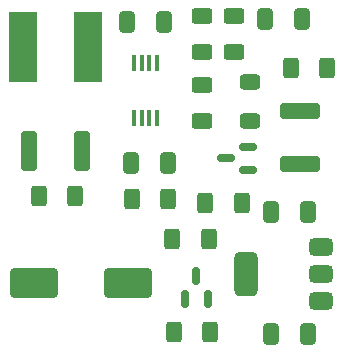
<source format=gtp>
G04 #@! TF.GenerationSoftware,KiCad,Pcbnew,8.0.1-rc1*
G04 #@! TF.CreationDate,2024-03-16T10:33:16-04:00*
G04 #@! TF.ProjectId,boostlet,626f6f73-746c-4657-942e-6b696361645f,rev?*
G04 #@! TF.SameCoordinates,Original*
G04 #@! TF.FileFunction,Paste,Top*
G04 #@! TF.FilePolarity,Positive*
%FSLAX46Y46*%
G04 Gerber Fmt 4.6, Leading zero omitted, Abs format (unit mm)*
G04 Created by KiCad (PCBNEW 8.0.1-rc1) date 2024-03-16 10:33:16*
%MOMM*%
%LPD*%
G01*
G04 APERTURE LIST*
G04 Aperture macros list*
%AMRoundRect*
0 Rectangle with rounded corners*
0 $1 Rounding radius*
0 $2 $3 $4 $5 $6 $7 $8 $9 X,Y pos of 4 corners*
0 Add a 4 corners polygon primitive as box body*
4,1,4,$2,$3,$4,$5,$6,$7,$8,$9,$2,$3,0*
0 Add four circle primitives for the rounded corners*
1,1,$1+$1,$2,$3*
1,1,$1+$1,$4,$5*
1,1,$1+$1,$6,$7*
1,1,$1+$1,$8,$9*
0 Add four rect primitives between the rounded corners*
20,1,$1+$1,$2,$3,$4,$5,0*
20,1,$1+$1,$4,$5,$6,$7,0*
20,1,$1+$1,$6,$7,$8,$9,0*
20,1,$1+$1,$8,$9,$2,$3,0*%
G04 Aperture macros list end*
%ADD10RoundRect,0.250000X-1.750000X-1.000000X1.750000X-1.000000X1.750000X1.000000X-1.750000X1.000000X0*%
%ADD11RoundRect,0.250000X0.625000X-0.400000X0.625000X0.400000X-0.625000X0.400000X-0.625000X-0.400000X0*%
%ADD12R,0.381000X1.447800*%
%ADD13RoundRect,0.250000X-0.400000X-0.625000X0.400000X-0.625000X0.400000X0.625000X-0.400000X0.625000X0*%
%ADD14RoundRect,0.250000X-0.625000X0.400000X-0.625000X-0.400000X0.625000X-0.400000X0.625000X0.400000X0*%
%ADD15RoundRect,0.150000X0.150000X-0.587500X0.150000X0.587500X-0.150000X0.587500X-0.150000X-0.587500X0*%
%ADD16RoundRect,0.250000X0.400000X1.450000X-0.400000X1.450000X-0.400000X-1.450000X0.400000X-1.450000X0*%
%ADD17RoundRect,0.250000X0.412500X0.650000X-0.412500X0.650000X-0.412500X-0.650000X0.412500X-0.650000X0*%
%ADD18RoundRect,0.250000X-0.412500X-0.650000X0.412500X-0.650000X0.412500X0.650000X-0.412500X0.650000X0*%
%ADD19RoundRect,0.150000X0.587500X0.150000X-0.587500X0.150000X-0.587500X-0.150000X0.587500X-0.150000X0*%
%ADD20RoundRect,0.375000X0.625000X0.375000X-0.625000X0.375000X-0.625000X-0.375000X0.625000X-0.375000X0*%
%ADD21RoundRect,0.500000X0.500000X1.400000X-0.500000X1.400000X-0.500000X-1.400000X0.500000X-1.400000X0*%
%ADD22RoundRect,0.325000X-0.550000X0.325000X-0.550000X-0.325000X0.550000X-0.325000X0.550000X0.325000X0*%
%ADD23R,2.450000X5.900000*%
%ADD24RoundRect,0.250000X1.450000X-0.400000X1.450000X0.400000X-1.450000X0.400000X-1.450000X-0.400000X0*%
G04 APERTURE END LIST*
D10*
G04 #@! TO.C,C1*
X108903000Y-104140000D03*
X116903000Y-104140000D03*
G04 #@! TD*
D11*
G04 #@! TO.C,R8*
X125857000Y-84608000D03*
X125857000Y-81508000D03*
G04 #@! TD*
D12*
G04 #@! TO.C,U1*
X117388640Y-90208100D03*
X118038880Y-90208100D03*
X118689120Y-90208100D03*
X119339360Y-90208100D03*
X119339360Y-85559900D03*
X118689120Y-85559900D03*
X118038880Y-85559900D03*
X117388640Y-85559900D03*
G04 #@! TD*
D13*
G04 #@! TO.C,R3*
X109321000Y-96774000D03*
X112421000Y-96774000D03*
G04 #@! TD*
G04 #@! TO.C,R9*
X117195000Y-97028000D03*
X120295000Y-97028000D03*
G04 #@! TD*
D14*
G04 #@! TO.C,R7*
X123190000Y-81508000D03*
X123190000Y-84608000D03*
G04 #@! TD*
D13*
G04 #@! TO.C,R1*
X120751000Y-108331000D03*
X123851000Y-108331000D03*
G04 #@! TD*
G04 #@! TO.C,R11*
X130657000Y-85979000D03*
X133757000Y-85979000D03*
G04 #@! TD*
D15*
G04 #@! TO.C,Q1*
X121732000Y-105458500D03*
X123632000Y-105458500D03*
X122682000Y-103583500D03*
G04 #@! TD*
D16*
G04 #@! TO.C,F1*
X112969000Y-92964000D03*
X108519000Y-92964000D03*
G04 #@! TD*
D13*
G04 #@! TO.C,R2*
X120624000Y-100457000D03*
X123724000Y-100457000D03*
G04 #@! TD*
D17*
G04 #@! TO.C,C3*
X132118500Y-98171000D03*
X128993500Y-98171000D03*
G04 #@! TD*
D18*
G04 #@! TO.C,C4*
X128993500Y-108458000D03*
X132118500Y-108458000D03*
G04 #@! TD*
G04 #@! TO.C,C5*
X116801500Y-82042000D03*
X119926500Y-82042000D03*
G04 #@! TD*
D13*
G04 #@! TO.C,R10*
X123418000Y-97409000D03*
X126518000Y-97409000D03*
G04 #@! TD*
D19*
G04 #@! TO.C,Q3*
X127048500Y-94549000D03*
X127048500Y-92649000D03*
X125173500Y-93599000D03*
G04 #@! TD*
D18*
G04 #@! TO.C,C7*
X128485500Y-81788000D03*
X131610500Y-81788000D03*
G04 #@! TD*
D20*
G04 #@! TO.C,U4*
X133198000Y-105678000D03*
X133198000Y-103378000D03*
D21*
X126898000Y-103378000D03*
D20*
X133198000Y-101078000D03*
G04 #@! TD*
D22*
G04 #@! TO.C,D2*
X127254000Y-87123000D03*
X127254000Y-90423000D03*
G04 #@! TD*
D18*
G04 #@! TO.C,C2*
X117182500Y-93980000D03*
X120307500Y-93980000D03*
G04 #@! TD*
D23*
G04 #@! TO.C,L1*
X107969000Y-84201000D03*
X113519000Y-84201000D03*
G04 #@! TD*
D14*
G04 #@! TO.C,R6*
X123190000Y-87350000D03*
X123190000Y-90450000D03*
G04 #@! TD*
D24*
G04 #@! TO.C,F2*
X131445000Y-94046000D03*
X131445000Y-89596000D03*
G04 #@! TD*
M02*

</source>
